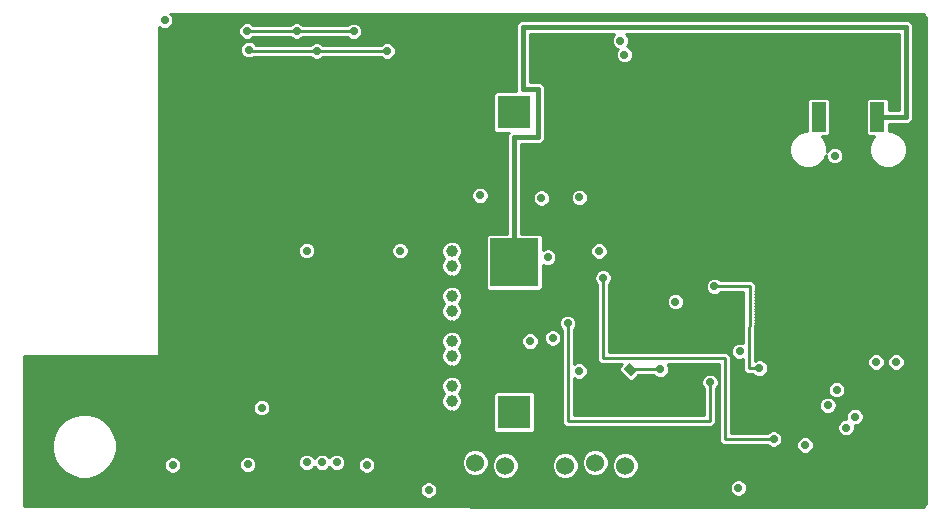
<source format=gbl>
G75*
%MOIN*%
%OFA0B0*%
%FSLAX25Y25*%
%IPPOS*%
%LPD*%
%AMOC8*
5,1,8,0,0,1.08239X$1,22.5*
%
%ADD10R,0.10950X0.10950*%
%ADD11R,0.16000X0.16000*%
%ADD12C,0.06000*%
%ADD13R,0.02756X0.03543*%
%ADD14R,0.04700X0.09900*%
%ADD15C,0.02800*%
%ADD16C,0.01000*%
%ADD17C,0.03962*%
%ADD18C,0.01600*%
D10*
X0168400Y0036300D03*
X0168400Y0136300D03*
D11*
X0168400Y0086300D03*
D12*
X0155300Y0019500D03*
X0165300Y0018500D03*
X0175300Y0019500D03*
X0185300Y0018500D03*
X0195300Y0019500D03*
X0205300Y0018500D03*
D13*
G36*
X0205646Y0046643D02*
X0203697Y0044694D01*
X0201194Y0047197D01*
X0203143Y0049146D01*
X0205646Y0046643D01*
G37*
G36*
X0209265Y0050262D02*
X0207316Y0048313D01*
X0204813Y0050816D01*
X0206762Y0052765D01*
X0209265Y0050262D01*
G37*
D14*
X0289400Y0134700D03*
X0279600Y0134700D03*
X0269800Y0134700D03*
D15*
X0033900Y0038500D03*
X0063900Y0039000D03*
X0079100Y0039000D03*
X0119000Y0038300D03*
X0088700Y0038900D03*
X0119200Y0120700D03*
X0244600Y0093100D03*
X0074300Y0121900D03*
X0182300Y0094000D03*
X0201600Y0093900D03*
X0260000Y0115300D03*
X0219400Y0118500D03*
X0231800Y0118500D03*
X0259800Y0039600D03*
X0256900Y0042400D03*
X0262700Y0042300D03*
X0257000Y0036700D03*
X0262700Y0036800D03*
X0266000Y0110100D03*
X0220400Y0146400D03*
X0260300Y0146800D03*
X0292900Y0146800D03*
X0182400Y0150800D03*
X0194400Y0079100D03*
X0291800Y0064000D03*
X0221600Y0025400D03*
X0221500Y0011000D03*
X0264400Y0013000D03*
X0146100Y0009900D03*
X0297600Y0015300D03*
X0215400Y0038200D03*
X0169500Y0072400D03*
X0189800Y0045100D03*
X0284700Y0031400D03*
X0051900Y0140200D03*
X0051900Y0120600D03*
X0230800Y0081400D03*
X0235900Y0068700D03*
X0275800Y0043800D03*
X0177400Y0107700D03*
X0295600Y0053100D03*
X0289000Y0053100D03*
X0130300Y0090200D03*
X0099200Y0090200D03*
X0079900Y0157200D03*
X0126000Y0156759D03*
X0102500Y0156759D03*
X0079300Y0163400D03*
X0095800Y0163400D03*
X0114800Y0163300D03*
X0196600Y0090100D03*
X0190100Y0107900D03*
X0189900Y0050100D03*
X0265300Y0025400D03*
X0243100Y0011100D03*
X0179500Y0088000D03*
X0079500Y0018900D03*
X0119200Y0018700D03*
X0109200Y0019600D03*
X0104300Y0019600D03*
X0099200Y0019600D03*
X0054500Y0018700D03*
X0084200Y0037800D03*
X0139800Y0010400D03*
X0275200Y0121800D03*
X0051800Y0167000D03*
X0181200Y0061100D03*
X0157000Y0108600D03*
X0233600Y0046300D03*
X0186179Y0065921D03*
X0217100Y0050600D03*
X0235100Y0078300D03*
X0250100Y0051000D03*
X0203700Y0160200D03*
X0281900Y0034800D03*
X0205100Y0155500D03*
X0279000Y0031200D03*
X0254800Y0027400D03*
X0198000Y0081200D03*
X0222100Y0073200D03*
X0272900Y0038616D03*
X0243500Y0056600D03*
X0173600Y0060000D03*
D16*
X0005000Y0055000D02*
X0050000Y0055000D01*
X0050000Y0164699D01*
X0050157Y0164541D01*
X0051223Y0164100D01*
X0052377Y0164100D01*
X0053443Y0164541D01*
X0054258Y0165357D01*
X0054700Y0166423D01*
X0054700Y0167577D01*
X0054258Y0168643D01*
X0053701Y0169200D01*
X0303750Y0169200D01*
X0304024Y0169178D01*
X0304544Y0169009D01*
X0304987Y0168687D01*
X0305309Y0168244D01*
X0305478Y0167724D01*
X0305500Y0167450D01*
X0305500Y0006250D01*
X0305478Y0005976D01*
X0305309Y0005456D01*
X0304987Y0005013D01*
X0304559Y0004702D01*
X0005030Y0005000D01*
X0005013Y0005013D01*
X0005000Y0005030D01*
X0005000Y0055000D01*
X0176500Y0059423D02*
X0176500Y0060577D01*
X0176058Y0061643D01*
X0175243Y0062458D01*
X0174177Y0062900D01*
X0173023Y0062900D01*
X0171957Y0062458D01*
X0171141Y0061643D01*
X0170700Y0060577D01*
X0170700Y0059423D01*
X0171141Y0058357D01*
X0171957Y0057541D01*
X0173023Y0057100D01*
X0174177Y0057100D01*
X0175243Y0057541D01*
X0176058Y0058357D01*
X0176500Y0059423D01*
X0275800Y0038039D02*
X0275800Y0039193D01*
X0275358Y0040258D01*
X0274543Y0041074D01*
X0273477Y0041516D01*
X0272323Y0041516D01*
X0271257Y0041074D01*
X0270441Y0040258D01*
X0270000Y0039193D01*
X0270000Y0038039D01*
X0270441Y0036973D01*
X0271257Y0036157D01*
X0272323Y0035716D01*
X0273477Y0035716D01*
X0274543Y0036157D01*
X0275358Y0036973D01*
X0275800Y0038039D01*
X0189079Y0065344D02*
X0189079Y0066498D01*
X0188637Y0067564D01*
X0187821Y0068380D01*
X0186756Y0068821D01*
X0185602Y0068821D01*
X0184536Y0068380D01*
X0183720Y0067564D01*
X0183279Y0066498D01*
X0183279Y0065344D01*
X0183720Y0064279D01*
X0184179Y0063820D01*
X0184179Y0032672D01*
X0185350Y0031500D01*
X0234428Y0031500D01*
X0235600Y0032672D01*
X0235600Y0044199D01*
X0236058Y0044657D01*
X0236500Y0045723D01*
X0236500Y0046877D01*
X0236058Y0047943D01*
X0235243Y0048758D01*
X0234177Y0049200D01*
X0233023Y0049200D01*
X0231957Y0048758D01*
X0231141Y0047943D01*
X0230700Y0046877D01*
X0230700Y0045723D01*
X0231141Y0044657D01*
X0231600Y0044199D01*
X0231600Y0035500D01*
X0188179Y0035500D01*
X0188179Y0047720D01*
X0188257Y0047641D01*
X0189323Y0047200D01*
X0190477Y0047200D01*
X0191543Y0047641D01*
X0192358Y0048457D01*
X0192800Y0049523D01*
X0192800Y0050677D01*
X0192358Y0051743D01*
X0191543Y0052558D01*
X0190477Y0053000D01*
X0189323Y0053000D01*
X0188257Y0052558D01*
X0188179Y0052480D01*
X0188179Y0063820D01*
X0188637Y0064279D01*
X0189079Y0065344D01*
X0246000Y0010523D02*
X0246000Y0011677D01*
X0245558Y0012743D01*
X0244743Y0013558D01*
X0243677Y0014000D01*
X0242523Y0014000D01*
X0241457Y0013558D01*
X0240641Y0012743D01*
X0240200Y0011677D01*
X0240200Y0010523D01*
X0240641Y0009457D01*
X0241457Y0008641D01*
X0242523Y0008200D01*
X0243677Y0008200D01*
X0244743Y0008641D01*
X0245558Y0009457D01*
X0246000Y0010523D01*
X0268200Y0024823D02*
X0268200Y0025977D01*
X0267758Y0027043D01*
X0266943Y0027858D01*
X0265877Y0028300D01*
X0264723Y0028300D01*
X0263657Y0027858D01*
X0262841Y0027043D01*
X0262400Y0025977D01*
X0262400Y0024823D01*
X0262841Y0023757D01*
X0263657Y0022941D01*
X0264723Y0022500D01*
X0265877Y0022500D01*
X0266943Y0022941D01*
X0267758Y0023757D01*
X0268200Y0024823D01*
X0193000Y0107323D02*
X0193000Y0108477D01*
X0192558Y0109543D01*
X0191743Y0110358D01*
X0190677Y0110800D01*
X0189523Y0110800D01*
X0188457Y0110358D01*
X0187641Y0109543D01*
X0187200Y0108477D01*
X0187200Y0107323D01*
X0187641Y0106257D01*
X0188457Y0105441D01*
X0189523Y0105000D01*
X0190677Y0105000D01*
X0191743Y0105441D01*
X0192558Y0106257D01*
X0193000Y0107323D01*
X0199500Y0089523D02*
X0199500Y0090677D01*
X0199058Y0091743D01*
X0198243Y0092558D01*
X0197177Y0093000D01*
X0196023Y0093000D01*
X0194957Y0092558D01*
X0194141Y0091743D01*
X0193700Y0090677D01*
X0193700Y0089523D01*
X0194141Y0088457D01*
X0194957Y0087641D01*
X0196023Y0087200D01*
X0197177Y0087200D01*
X0198243Y0087641D01*
X0199058Y0088457D01*
X0199500Y0089523D01*
X0123899Y0154759D02*
X0124357Y0154301D01*
X0125423Y0153859D01*
X0126577Y0153859D01*
X0127643Y0154301D01*
X0128458Y0155116D01*
X0128900Y0156182D01*
X0128900Y0157336D01*
X0128458Y0158402D01*
X0127643Y0159218D01*
X0126577Y0159659D01*
X0125423Y0159659D01*
X0124357Y0159218D01*
X0123899Y0158759D01*
X0104601Y0158759D01*
X0104143Y0159218D01*
X0103077Y0159659D01*
X0101923Y0159659D01*
X0100857Y0159218D01*
X0100399Y0158759D01*
X0082393Y0158759D01*
X0082358Y0158843D01*
X0081543Y0159658D01*
X0080477Y0160100D01*
X0079323Y0160100D01*
X0078257Y0159658D01*
X0077441Y0158843D01*
X0077000Y0157777D01*
X0077000Y0156623D01*
X0077441Y0155557D01*
X0078257Y0154741D01*
X0079323Y0154300D01*
X0080477Y0154300D01*
X0081543Y0154741D01*
X0081560Y0154759D01*
X0100399Y0154759D01*
X0100857Y0154301D01*
X0101923Y0153859D01*
X0103077Y0153859D01*
X0104143Y0154301D01*
X0104601Y0154759D01*
X0123899Y0154759D01*
X0102100Y0089623D02*
X0102100Y0090777D01*
X0101658Y0091843D01*
X0100843Y0092658D01*
X0099777Y0093100D01*
X0098623Y0093100D01*
X0097557Y0092658D01*
X0096741Y0091843D01*
X0096300Y0090777D01*
X0096300Y0089623D01*
X0096741Y0088557D01*
X0097557Y0087741D01*
X0098623Y0087300D01*
X0099777Y0087300D01*
X0100843Y0087741D01*
X0101658Y0088557D01*
X0102100Y0089623D01*
X0133200Y0089623D02*
X0133200Y0090777D01*
X0132758Y0091843D01*
X0131943Y0092658D01*
X0130877Y0093100D01*
X0129723Y0093100D01*
X0128657Y0092658D01*
X0127841Y0091843D01*
X0127400Y0090777D01*
X0127400Y0089623D01*
X0127841Y0088557D01*
X0128657Y0087741D01*
X0129723Y0087300D01*
X0130877Y0087300D01*
X0131943Y0087741D01*
X0132758Y0088557D01*
X0133200Y0089623D01*
X0291900Y0052523D02*
X0291900Y0053677D01*
X0291458Y0054743D01*
X0290643Y0055558D01*
X0289577Y0056000D01*
X0288423Y0056000D01*
X0287357Y0055558D01*
X0286541Y0054743D01*
X0286100Y0053677D01*
X0286100Y0052523D01*
X0286541Y0051457D01*
X0287357Y0050641D01*
X0288423Y0050200D01*
X0289577Y0050200D01*
X0290643Y0050641D01*
X0291458Y0051457D01*
X0291900Y0052523D01*
X0298500Y0052523D02*
X0298500Y0053677D01*
X0298058Y0054743D01*
X0297243Y0055558D01*
X0296177Y0056000D01*
X0295023Y0056000D01*
X0293957Y0055558D01*
X0293141Y0054743D01*
X0292700Y0053677D01*
X0292700Y0052523D01*
X0293141Y0051457D01*
X0293957Y0050641D01*
X0295023Y0050200D01*
X0296177Y0050200D01*
X0297243Y0050641D01*
X0298058Y0051457D01*
X0298500Y0052523D01*
X0180300Y0107123D02*
X0180300Y0108277D01*
X0179858Y0109343D01*
X0179043Y0110158D01*
X0177977Y0110600D01*
X0176823Y0110600D01*
X0175757Y0110158D01*
X0174941Y0109343D01*
X0174500Y0108277D01*
X0174500Y0107123D01*
X0174941Y0106057D01*
X0175757Y0105241D01*
X0176823Y0104800D01*
X0177977Y0104800D01*
X0179043Y0105241D01*
X0179858Y0106057D01*
X0180300Y0107123D01*
X0278700Y0043223D02*
X0278700Y0044377D01*
X0278258Y0045443D01*
X0277443Y0046258D01*
X0276377Y0046700D01*
X0275223Y0046700D01*
X0274157Y0046258D01*
X0273341Y0045443D01*
X0272900Y0044377D01*
X0272900Y0043223D01*
X0273341Y0042157D01*
X0274157Y0041341D01*
X0275223Y0040900D01*
X0276377Y0040900D01*
X0277443Y0041341D01*
X0278258Y0042157D01*
X0278700Y0043223D01*
X0273650Y0129129D02*
X0273650Y0140271D01*
X0272771Y0141150D01*
X0266829Y0141150D01*
X0265950Y0140271D01*
X0265950Y0130172D01*
X0265052Y0130172D01*
X0262747Y0129217D01*
X0260983Y0127453D01*
X0260028Y0125148D01*
X0260028Y0122652D01*
X0260983Y0120347D01*
X0262747Y0118583D01*
X0265052Y0117628D01*
X0267548Y0117628D01*
X0269853Y0118583D01*
X0271617Y0120347D01*
X0272300Y0121997D01*
X0272300Y0121223D01*
X0272741Y0120157D01*
X0273557Y0119341D01*
X0274623Y0118900D01*
X0275777Y0118900D01*
X0276843Y0119341D01*
X0277658Y0120157D01*
X0278100Y0121223D01*
X0278100Y0122377D01*
X0277658Y0123443D01*
X0276843Y0124258D01*
X0275777Y0124700D01*
X0274623Y0124700D01*
X0273557Y0124258D01*
X0272741Y0123443D01*
X0272572Y0123033D01*
X0272572Y0125148D01*
X0271617Y0127453D01*
X0270819Y0128250D01*
X0272771Y0128250D01*
X0273650Y0129129D01*
X0293250Y0140271D02*
X0292371Y0141150D01*
X0286429Y0141150D01*
X0285550Y0140271D01*
X0285550Y0129129D01*
X0286429Y0128250D01*
X0288381Y0128250D01*
X0287583Y0127453D01*
X0286628Y0125148D01*
X0286628Y0122652D01*
X0287583Y0120347D01*
X0289347Y0118583D01*
X0291652Y0117628D01*
X0294148Y0117628D01*
X0296453Y0118583D01*
X0298217Y0120347D01*
X0299172Y0122652D01*
X0299172Y0125148D01*
X0298217Y0127453D01*
X0296453Y0129217D01*
X0294148Y0130172D01*
X0293250Y0130172D01*
X0293250Y0132500D01*
X0299953Y0132500D01*
X0301300Y0133847D01*
X0301300Y0165553D01*
X0299953Y0166900D01*
X0170447Y0166900D01*
X0169100Y0165553D01*
X0169100Y0143275D01*
X0162304Y0143275D01*
X0161425Y0142396D01*
X0161425Y0130204D01*
X0162304Y0129325D01*
X0166472Y0129325D01*
X0166100Y0128953D01*
X0166100Y0095800D01*
X0159779Y0095800D01*
X0158900Y0094921D01*
X0158900Y0077679D01*
X0159779Y0076800D01*
X0177021Y0076800D01*
X0177900Y0077679D01*
X0177900Y0085524D01*
X0178923Y0085100D01*
X0180077Y0085100D01*
X0181143Y0085541D01*
X0181958Y0086357D01*
X0182400Y0087423D01*
X0182400Y0088577D01*
X0181958Y0089643D01*
X0181143Y0090458D01*
X0180077Y0090900D01*
X0178923Y0090900D01*
X0177900Y0090476D01*
X0177900Y0094921D01*
X0177021Y0095800D01*
X0170700Y0095800D01*
X0170700Y0125700D01*
X0177153Y0125700D01*
X0178500Y0127047D01*
X0178500Y0144953D01*
X0177153Y0146300D01*
X0173700Y0146300D01*
X0173700Y0162300D01*
X0201699Y0162300D01*
X0201241Y0161843D01*
X0200800Y0160777D01*
X0200800Y0159623D01*
X0201241Y0158557D01*
X0202057Y0157741D01*
X0202894Y0157395D01*
X0202641Y0157143D01*
X0202200Y0156077D01*
X0202200Y0154923D01*
X0202641Y0153857D01*
X0203457Y0153041D01*
X0204523Y0152600D01*
X0205677Y0152600D01*
X0206743Y0153041D01*
X0207558Y0153857D01*
X0208000Y0154923D01*
X0208000Y0156077D01*
X0207558Y0157143D01*
X0206743Y0157958D01*
X0205906Y0158305D01*
X0206158Y0158557D01*
X0206600Y0159623D01*
X0206600Y0160777D01*
X0206158Y0161843D01*
X0205701Y0162300D01*
X0296700Y0162300D01*
X0296700Y0137100D01*
X0293250Y0137100D01*
X0293250Y0140271D01*
X0209800Y0017605D02*
X0209800Y0019395D01*
X0209115Y0021049D01*
X0207849Y0022315D01*
X0206195Y0023000D01*
X0204405Y0023000D01*
X0202751Y0022315D01*
X0201485Y0021049D01*
X0200800Y0019395D01*
X0200800Y0017605D01*
X0201485Y0015951D01*
X0202751Y0014685D01*
X0204405Y0014000D01*
X0206195Y0014000D01*
X0207849Y0014685D01*
X0209115Y0015951D01*
X0209800Y0017605D01*
X0199800Y0018605D02*
X0199800Y0020395D01*
X0199115Y0022049D01*
X0197849Y0023315D01*
X0196195Y0024000D01*
X0194405Y0024000D01*
X0192751Y0023315D01*
X0191485Y0022049D01*
X0190800Y0020395D01*
X0190800Y0018605D01*
X0191485Y0016951D01*
X0192751Y0015685D01*
X0194405Y0015000D01*
X0196195Y0015000D01*
X0197849Y0015685D01*
X0199115Y0016951D01*
X0199800Y0018605D01*
X0189800Y0017605D02*
X0189800Y0019395D01*
X0189115Y0021049D01*
X0187849Y0022315D01*
X0186195Y0023000D01*
X0184405Y0023000D01*
X0182751Y0022315D01*
X0181485Y0021049D01*
X0180800Y0019395D01*
X0180800Y0017605D01*
X0181485Y0015951D01*
X0182751Y0014685D01*
X0184405Y0014000D01*
X0186195Y0014000D01*
X0187849Y0014685D01*
X0189115Y0015951D01*
X0189800Y0017605D01*
X0169800Y0017605D02*
X0169800Y0019395D01*
X0169115Y0021049D01*
X0167849Y0022315D01*
X0166195Y0023000D01*
X0164405Y0023000D01*
X0162751Y0022315D01*
X0161485Y0021049D01*
X0160800Y0019395D01*
X0160800Y0017605D01*
X0161485Y0015951D01*
X0162751Y0014685D01*
X0164405Y0014000D01*
X0166195Y0014000D01*
X0167849Y0014685D01*
X0169115Y0015951D01*
X0169800Y0017605D01*
X0159800Y0018605D02*
X0159800Y0020395D01*
X0159115Y0022049D01*
X0157849Y0023315D01*
X0156195Y0024000D01*
X0154405Y0024000D01*
X0152751Y0023315D01*
X0151485Y0022049D01*
X0150800Y0020395D01*
X0150800Y0018605D01*
X0151485Y0016951D01*
X0152751Y0015685D01*
X0154405Y0015000D01*
X0156195Y0015000D01*
X0157849Y0015685D01*
X0159115Y0016951D01*
X0159800Y0018605D01*
X0174496Y0043275D02*
X0162304Y0043275D01*
X0161425Y0042396D01*
X0161425Y0030204D01*
X0162304Y0029325D01*
X0174496Y0029325D01*
X0175375Y0030204D01*
X0175375Y0042396D01*
X0174496Y0043275D01*
X0035799Y0023578D02*
X0035799Y0026422D01*
X0035063Y0029168D01*
X0033642Y0031631D01*
X0031631Y0033642D01*
X0029168Y0035063D01*
X0026422Y0035799D01*
X0023578Y0035799D01*
X0020832Y0035063D01*
X0018369Y0033642D01*
X0016358Y0031631D01*
X0014937Y0029168D01*
X0014201Y0026422D01*
X0014201Y0023578D01*
X0014937Y0020832D01*
X0016358Y0018369D01*
X0018369Y0016358D01*
X0020832Y0014937D01*
X0023578Y0014201D01*
X0026422Y0014201D01*
X0029168Y0014937D01*
X0031631Y0016358D01*
X0033642Y0018369D01*
X0035063Y0020832D01*
X0035799Y0023578D01*
X0098001Y0165300D02*
X0097443Y0165858D01*
X0096377Y0166300D01*
X0095223Y0166300D01*
X0094157Y0165858D01*
X0093699Y0165400D01*
X0081401Y0165400D01*
X0080943Y0165858D01*
X0079877Y0166300D01*
X0078723Y0166300D01*
X0077657Y0165858D01*
X0076841Y0165043D01*
X0076400Y0163977D01*
X0076400Y0162823D01*
X0076841Y0161757D01*
X0077657Y0160941D01*
X0078723Y0160500D01*
X0079877Y0160500D01*
X0080943Y0160941D01*
X0081401Y0161400D01*
X0093699Y0161400D01*
X0094157Y0160941D01*
X0095223Y0160500D01*
X0096377Y0160500D01*
X0097443Y0160941D01*
X0097801Y0161300D01*
X0112699Y0161300D01*
X0113157Y0160841D01*
X0114223Y0160400D01*
X0115377Y0160400D01*
X0116443Y0160841D01*
X0117258Y0161657D01*
X0117700Y0162723D01*
X0117700Y0163877D01*
X0117258Y0164943D01*
X0116443Y0165758D01*
X0115377Y0166200D01*
X0114223Y0166200D01*
X0113157Y0165758D01*
X0112699Y0165300D01*
X0098001Y0165300D01*
X0082400Y0018323D02*
X0082400Y0019477D01*
X0081958Y0020543D01*
X0081143Y0021358D01*
X0080077Y0021800D01*
X0078923Y0021800D01*
X0077857Y0021358D01*
X0077041Y0020543D01*
X0076600Y0019477D01*
X0076600Y0018323D01*
X0077041Y0017257D01*
X0077857Y0016441D01*
X0078923Y0016000D01*
X0080077Y0016000D01*
X0081143Y0016441D01*
X0081958Y0017257D01*
X0082400Y0018323D01*
X0122100Y0018123D02*
X0122100Y0019277D01*
X0121658Y0020343D01*
X0120843Y0021158D01*
X0119777Y0021600D01*
X0118623Y0021600D01*
X0117557Y0021158D01*
X0116741Y0020343D01*
X0116300Y0019277D01*
X0116300Y0018123D01*
X0116741Y0017057D01*
X0117557Y0016241D01*
X0118623Y0015800D01*
X0119777Y0015800D01*
X0120843Y0016241D01*
X0121658Y0017057D01*
X0122100Y0018123D01*
X0112100Y0019023D02*
X0112100Y0020177D01*
X0111658Y0021243D01*
X0110843Y0022058D01*
X0109777Y0022500D01*
X0108623Y0022500D01*
X0107557Y0022058D01*
X0106750Y0021251D01*
X0105943Y0022058D01*
X0104877Y0022500D01*
X0103723Y0022500D01*
X0102657Y0022058D01*
X0101841Y0021243D01*
X0101750Y0021022D01*
X0101658Y0021243D01*
X0100843Y0022058D01*
X0099777Y0022500D01*
X0098623Y0022500D01*
X0097557Y0022058D01*
X0096741Y0021243D01*
X0096300Y0020177D01*
X0096300Y0019023D01*
X0096741Y0017957D01*
X0097557Y0017141D01*
X0098623Y0016700D01*
X0099777Y0016700D01*
X0100843Y0017141D01*
X0101658Y0017957D01*
X0101750Y0018178D01*
X0101841Y0017957D01*
X0102657Y0017141D01*
X0103723Y0016700D01*
X0104877Y0016700D01*
X0105943Y0017141D01*
X0106750Y0017949D01*
X0107557Y0017141D01*
X0108623Y0016700D01*
X0109777Y0016700D01*
X0110843Y0017141D01*
X0111658Y0017957D01*
X0112100Y0019023D01*
X0057400Y0018123D02*
X0057400Y0019277D01*
X0056958Y0020343D01*
X0056143Y0021158D01*
X0055077Y0021600D01*
X0053923Y0021600D01*
X0052857Y0021158D01*
X0052041Y0020343D01*
X0051600Y0019277D01*
X0051600Y0018123D01*
X0052041Y0017057D01*
X0052857Y0016241D01*
X0053923Y0015800D01*
X0055077Y0015800D01*
X0056143Y0016241D01*
X0056958Y0017057D01*
X0057400Y0018123D01*
X0087100Y0037223D02*
X0087100Y0038377D01*
X0086658Y0039443D01*
X0085843Y0040258D01*
X0084777Y0040700D01*
X0083623Y0040700D01*
X0082557Y0040258D01*
X0081741Y0039443D01*
X0081300Y0038377D01*
X0081300Y0037223D01*
X0081741Y0036157D01*
X0082557Y0035341D01*
X0083623Y0034900D01*
X0084777Y0034900D01*
X0085843Y0035341D01*
X0086658Y0036157D01*
X0087100Y0037223D01*
X0142700Y0009823D02*
X0142700Y0010977D01*
X0142258Y0012043D01*
X0141443Y0012858D01*
X0140377Y0013300D01*
X0139223Y0013300D01*
X0138157Y0012858D01*
X0137341Y0012043D01*
X0136900Y0010977D01*
X0136900Y0009823D01*
X0137341Y0008757D01*
X0138157Y0007941D01*
X0139223Y0007500D01*
X0140377Y0007500D01*
X0141443Y0007941D01*
X0142258Y0008757D01*
X0142700Y0009823D01*
X0184100Y0060523D02*
X0184100Y0061677D01*
X0183658Y0062743D01*
X0182843Y0063558D01*
X0181777Y0064000D01*
X0180623Y0064000D01*
X0179557Y0063558D01*
X0178741Y0062743D01*
X0178300Y0061677D01*
X0178300Y0060523D01*
X0178741Y0059457D01*
X0179557Y0058641D01*
X0180623Y0058200D01*
X0181777Y0058200D01*
X0182843Y0058641D01*
X0183658Y0059457D01*
X0184100Y0060523D01*
X0159900Y0108023D02*
X0159900Y0109177D01*
X0159458Y0110243D01*
X0158643Y0111058D01*
X0157577Y0111500D01*
X0156423Y0111500D01*
X0155357Y0111058D01*
X0154541Y0110243D01*
X0154100Y0109177D01*
X0154100Y0108023D01*
X0154541Y0106957D01*
X0155357Y0106141D01*
X0156423Y0105700D01*
X0157577Y0105700D01*
X0158643Y0106141D01*
X0159458Y0106957D01*
X0159900Y0108023D01*
X0150981Y0084308D02*
X0150981Y0085692D01*
X0150451Y0086972D01*
X0149923Y0087500D01*
X0150451Y0088028D01*
X0150981Y0089308D01*
X0150981Y0090692D01*
X0150451Y0091972D01*
X0149472Y0092951D01*
X0148192Y0093481D01*
X0146808Y0093481D01*
X0145528Y0092951D01*
X0144549Y0091972D01*
X0144019Y0090692D01*
X0144019Y0089308D01*
X0144549Y0088028D01*
X0145077Y0087500D01*
X0144549Y0086972D01*
X0144019Y0085692D01*
X0144019Y0084308D01*
X0144549Y0083028D01*
X0145528Y0082049D01*
X0146808Y0081519D01*
X0148192Y0081519D01*
X0149472Y0082049D01*
X0150451Y0083028D01*
X0150981Y0084308D01*
X0150981Y0069308D02*
X0150981Y0070692D01*
X0150451Y0071972D01*
X0149923Y0072500D01*
X0150451Y0073028D01*
X0150981Y0074308D01*
X0150981Y0075692D01*
X0150451Y0076972D01*
X0149472Y0077951D01*
X0148192Y0078481D01*
X0146808Y0078481D01*
X0145528Y0077951D01*
X0144549Y0076972D01*
X0144019Y0075692D01*
X0144019Y0074308D01*
X0144549Y0073028D01*
X0145077Y0072500D01*
X0144549Y0071972D01*
X0144019Y0070692D01*
X0144019Y0069308D01*
X0144549Y0068028D01*
X0145528Y0067049D01*
X0146808Y0066519D01*
X0148192Y0066519D01*
X0149472Y0067049D01*
X0150451Y0068028D01*
X0150981Y0069308D01*
X0150981Y0054308D02*
X0150981Y0055692D01*
X0150451Y0056972D01*
X0149923Y0057500D01*
X0150451Y0058028D01*
X0150981Y0059308D01*
X0150981Y0060692D01*
X0150451Y0061972D01*
X0149472Y0062951D01*
X0148192Y0063481D01*
X0146808Y0063481D01*
X0145528Y0062951D01*
X0144549Y0061972D01*
X0144019Y0060692D01*
X0144019Y0059308D01*
X0144549Y0058028D01*
X0145077Y0057500D01*
X0144549Y0056972D01*
X0144019Y0055692D01*
X0144019Y0054308D01*
X0144549Y0053028D01*
X0145528Y0052049D01*
X0146808Y0051519D01*
X0148192Y0051519D01*
X0149472Y0052049D01*
X0150451Y0053028D01*
X0150981Y0054308D01*
X0150981Y0039308D02*
X0150981Y0040692D01*
X0150451Y0041972D01*
X0149923Y0042500D01*
X0150451Y0043028D01*
X0150981Y0044308D01*
X0150981Y0045692D01*
X0150451Y0046972D01*
X0149472Y0047951D01*
X0148192Y0048481D01*
X0146808Y0048481D01*
X0145528Y0047951D01*
X0144549Y0046972D01*
X0144019Y0045692D01*
X0144019Y0044308D01*
X0144549Y0043028D01*
X0145077Y0042500D01*
X0144549Y0041972D01*
X0144019Y0040692D01*
X0144019Y0039308D01*
X0144549Y0038028D01*
X0145528Y0037049D01*
X0146808Y0036519D01*
X0148192Y0036519D01*
X0149472Y0037049D01*
X0150451Y0038028D01*
X0150981Y0039308D01*
X0236743Y0080758D02*
X0235677Y0081200D01*
X0234523Y0081200D01*
X0233457Y0080758D01*
X0232641Y0079943D01*
X0232200Y0078877D01*
X0232200Y0077723D01*
X0232641Y0076657D01*
X0233457Y0075841D01*
X0234523Y0075400D01*
X0235677Y0075400D01*
X0236743Y0075841D01*
X0237201Y0076300D01*
X0244785Y0076300D01*
X0244660Y0059258D01*
X0244077Y0059500D01*
X0242923Y0059500D01*
X0241857Y0059058D01*
X0241041Y0058243D01*
X0240600Y0057177D01*
X0240600Y0056023D01*
X0241041Y0054957D01*
X0241857Y0054141D01*
X0242923Y0053700D01*
X0244077Y0053700D01*
X0244621Y0053926D01*
X0244606Y0051834D01*
X0244600Y0051828D01*
X0244600Y0051007D01*
X0244594Y0050186D01*
X0244600Y0050180D01*
X0244600Y0050172D01*
X0245181Y0049591D01*
X0245757Y0049006D01*
X0245766Y0049006D01*
X0245772Y0049000D01*
X0246593Y0049000D01*
X0247414Y0048994D01*
X0247420Y0049000D01*
X0247999Y0049000D01*
X0248457Y0048541D01*
X0249523Y0048100D01*
X0250677Y0048100D01*
X0251743Y0048541D01*
X0252558Y0049357D01*
X0253000Y0050423D01*
X0253000Y0051577D01*
X0252558Y0052643D01*
X0251743Y0053458D01*
X0250677Y0053900D01*
X0249523Y0053900D01*
X0248619Y0053525D01*
X0248794Y0077466D01*
X0248800Y0077472D01*
X0248800Y0078293D01*
X0248806Y0079114D01*
X0248800Y0079120D01*
X0248800Y0079128D01*
X0248219Y0079709D01*
X0247643Y0080294D01*
X0247634Y0080294D01*
X0247628Y0080300D01*
X0246807Y0080300D01*
X0245986Y0080306D01*
X0245980Y0080300D01*
X0237201Y0080300D01*
X0236743Y0080758D01*
X0284800Y0034223D02*
X0284800Y0035377D01*
X0284358Y0036443D01*
X0283543Y0037258D01*
X0282477Y0037700D01*
X0281323Y0037700D01*
X0280257Y0037258D01*
X0279441Y0036443D01*
X0279000Y0035377D01*
X0279000Y0034223D01*
X0279051Y0034100D01*
X0278423Y0034100D01*
X0277357Y0033658D01*
X0276541Y0032843D01*
X0276100Y0031777D01*
X0276100Y0030623D01*
X0276541Y0029557D01*
X0277357Y0028741D01*
X0278423Y0028300D01*
X0279577Y0028300D01*
X0280643Y0028741D01*
X0281458Y0029557D01*
X0281900Y0030623D01*
X0281900Y0031777D01*
X0281849Y0031900D01*
X0282477Y0031900D01*
X0283543Y0032341D01*
X0284358Y0033157D01*
X0284800Y0034223D01*
X0257700Y0026823D02*
X0257700Y0027977D01*
X0257258Y0029043D01*
X0256443Y0029858D01*
X0255377Y0030300D01*
X0254223Y0030300D01*
X0253157Y0029858D01*
X0252699Y0029400D01*
X0240500Y0029400D01*
X0240500Y0055128D01*
X0239328Y0056300D01*
X0200093Y0056300D01*
X0200007Y0079106D01*
X0200458Y0079557D01*
X0200900Y0080623D01*
X0200900Y0081777D01*
X0200458Y0082843D01*
X0199643Y0083658D01*
X0198577Y0084100D01*
X0197423Y0084100D01*
X0196357Y0083658D01*
X0195541Y0082843D01*
X0195100Y0081777D01*
X0195100Y0080623D01*
X0195541Y0079557D01*
X0196007Y0079091D01*
X0196100Y0054295D01*
X0196100Y0053472D01*
X0196103Y0053468D01*
X0196103Y0053464D01*
X0196689Y0052883D01*
X0197272Y0052300D01*
X0197276Y0052300D01*
X0197279Y0052297D01*
X0198104Y0052300D01*
X0204173Y0052300D01*
X0203312Y0051439D01*
X0203312Y0050196D01*
X0206696Y0046812D01*
X0207939Y0046812D01*
X0209727Y0048600D01*
X0214999Y0048600D01*
X0215457Y0048141D01*
X0216523Y0047700D01*
X0217677Y0047700D01*
X0218743Y0048141D01*
X0219558Y0048957D01*
X0220000Y0050023D01*
X0220000Y0051177D01*
X0219558Y0052243D01*
X0219501Y0052300D01*
X0236500Y0052300D01*
X0236500Y0026572D01*
X0237672Y0025400D01*
X0252699Y0025400D01*
X0253157Y0024941D01*
X0254223Y0024500D01*
X0255377Y0024500D01*
X0256443Y0024941D01*
X0257258Y0025757D01*
X0257700Y0026823D01*
X0225000Y0072623D02*
X0225000Y0073777D01*
X0224558Y0074843D01*
X0223743Y0075658D01*
X0222677Y0076100D01*
X0221523Y0076100D01*
X0220457Y0075658D01*
X0219641Y0074843D01*
X0219200Y0073777D01*
X0219200Y0072623D01*
X0219641Y0071557D01*
X0220457Y0070741D01*
X0221523Y0070300D01*
X0222677Y0070300D01*
X0223743Y0070741D01*
X0224558Y0071557D01*
X0225000Y0072623D01*
X0304960Y0004993D02*
X0012463Y0004993D01*
X0005000Y0005991D02*
X0305480Y0005991D01*
X0305500Y0006990D02*
X0005000Y0006990D01*
X0005000Y0007988D02*
X0138111Y0007988D01*
X0141489Y0007988D02*
X0305500Y0007988D01*
X0137247Y0008987D02*
X0005000Y0008987D01*
X0142353Y0008987D02*
X0241112Y0008987D01*
X0245088Y0008987D02*
X0305500Y0008987D01*
X0136900Y0009985D02*
X0005000Y0009985D01*
X0142700Y0009985D02*
X0240423Y0009985D01*
X0245777Y0009985D02*
X0305500Y0009985D01*
X0136903Y0010984D02*
X0005000Y0010984D01*
X0142697Y0010984D02*
X0240200Y0010984D01*
X0246000Y0010984D02*
X0305500Y0010984D01*
X0137316Y0011982D02*
X0005000Y0011982D01*
X0142284Y0011982D02*
X0240326Y0011982D01*
X0245874Y0011982D02*
X0305500Y0011982D01*
X0138452Y0012981D02*
X0005000Y0012981D01*
X0141148Y0012981D02*
X0240879Y0012981D01*
X0245321Y0012981D02*
X0305500Y0012981D01*
X0242473Y0013979D02*
X0005000Y0013979D01*
X0243727Y0013979D02*
X0305500Y0013979D01*
X0020761Y0014978D02*
X0005000Y0014978D01*
X0029239Y0014978D02*
X0162458Y0014978D01*
X0168142Y0014978D02*
X0182458Y0014978D01*
X0188142Y0014978D02*
X0202458Y0014978D01*
X0208142Y0014978D02*
X0305500Y0014978D01*
X0019031Y0015976D02*
X0005000Y0015976D01*
X0030969Y0015976D02*
X0053498Y0015976D01*
X0055502Y0015976D02*
X0118198Y0015976D01*
X0120202Y0015976D02*
X0152460Y0015976D01*
X0158140Y0015976D02*
X0161475Y0015976D01*
X0169125Y0015976D02*
X0181475Y0015976D01*
X0189125Y0015976D02*
X0192460Y0015976D01*
X0198140Y0015976D02*
X0201475Y0015976D01*
X0209125Y0015976D02*
X0305500Y0015976D01*
X0017753Y0016975D02*
X0005000Y0016975D01*
X0032247Y0016975D02*
X0052124Y0016975D01*
X0056876Y0016975D02*
X0077324Y0016975D01*
X0081676Y0016975D02*
X0097960Y0016975D01*
X0100440Y0016975D02*
X0103060Y0016975D01*
X0105540Y0016975D02*
X0107960Y0016975D01*
X0110440Y0016975D02*
X0116824Y0016975D01*
X0121576Y0016975D02*
X0151475Y0016975D01*
X0159125Y0016975D02*
X0161061Y0016975D01*
X0169539Y0016975D02*
X0181061Y0016975D01*
X0189539Y0016975D02*
X0191475Y0016975D01*
X0199125Y0016975D02*
X0201061Y0016975D01*
X0209539Y0016975D02*
X0305500Y0016975D01*
X0016754Y0017973D02*
X0005000Y0017973D01*
X0033246Y0017973D02*
X0051662Y0017973D01*
X0057338Y0017973D02*
X0076745Y0017973D01*
X0082255Y0017973D02*
X0096735Y0017973D01*
X0101665Y0017973D02*
X0101835Y0017973D01*
X0111665Y0017973D02*
X0116362Y0017973D01*
X0122038Y0017973D02*
X0151062Y0017973D01*
X0159538Y0017973D02*
X0160800Y0017973D01*
X0169800Y0017973D02*
X0180800Y0017973D01*
X0189800Y0017973D02*
X0191062Y0017973D01*
X0199538Y0017973D02*
X0200800Y0017973D01*
X0209800Y0017973D02*
X0305500Y0017973D01*
X0016011Y0018972D02*
X0005000Y0018972D01*
X0033989Y0018972D02*
X0051600Y0018972D01*
X0057400Y0018972D02*
X0076600Y0018972D01*
X0082400Y0018972D02*
X0096321Y0018972D01*
X0112079Y0018972D02*
X0116300Y0018972D01*
X0122100Y0018972D02*
X0150800Y0018972D01*
X0159800Y0018972D02*
X0160800Y0018972D01*
X0169800Y0018972D02*
X0180800Y0018972D01*
X0189800Y0018972D02*
X0190800Y0018972D01*
X0199800Y0018972D02*
X0200800Y0018972D01*
X0209800Y0018972D02*
X0305500Y0018972D01*
X0015434Y0019970D02*
X0005000Y0019970D01*
X0034566Y0019970D02*
X0051887Y0019970D01*
X0057113Y0019970D02*
X0076804Y0019970D01*
X0082196Y0019970D02*
X0096300Y0019970D01*
X0112100Y0019970D02*
X0116587Y0019970D01*
X0121813Y0019970D02*
X0150800Y0019970D01*
X0159800Y0019970D02*
X0161038Y0019970D01*
X0169562Y0019970D02*
X0181038Y0019970D01*
X0189562Y0019970D02*
X0190800Y0019970D01*
X0199800Y0019970D02*
X0201038Y0019970D01*
X0209562Y0019970D02*
X0305500Y0019970D01*
X0014900Y0020969D02*
X0005000Y0020969D01*
X0035100Y0020969D02*
X0052668Y0020969D01*
X0056332Y0020969D02*
X0077468Y0020969D01*
X0081532Y0020969D02*
X0096628Y0020969D01*
X0111772Y0020969D02*
X0117368Y0020969D01*
X0121032Y0020969D02*
X0151038Y0020969D01*
X0159562Y0020969D02*
X0161452Y0020969D01*
X0169148Y0020969D02*
X0181452Y0020969D01*
X0189148Y0020969D02*
X0191038Y0020969D01*
X0199562Y0020969D02*
X0201452Y0020969D01*
X0209148Y0020969D02*
X0305500Y0020969D01*
X0014632Y0021967D02*
X0005000Y0021967D01*
X0035368Y0021967D02*
X0097466Y0021967D01*
X0100934Y0021967D02*
X0102566Y0021967D01*
X0106034Y0021967D02*
X0107466Y0021967D01*
X0110934Y0021967D02*
X0151451Y0021967D01*
X0159149Y0021967D02*
X0162403Y0021967D01*
X0168197Y0021967D02*
X0182403Y0021967D01*
X0188197Y0021967D02*
X0191451Y0021967D01*
X0199149Y0021967D02*
X0202403Y0021967D01*
X0208197Y0021967D02*
X0305500Y0021967D01*
X0014365Y0022966D02*
X0005000Y0022966D01*
X0035635Y0022966D02*
X0152402Y0022966D01*
X0158198Y0022966D02*
X0164322Y0022966D01*
X0166278Y0022966D02*
X0184322Y0022966D01*
X0186278Y0022966D02*
X0192402Y0022966D01*
X0198198Y0022966D02*
X0204322Y0022966D01*
X0206278Y0022966D02*
X0263633Y0022966D01*
X0266967Y0022966D02*
X0305500Y0022966D01*
X0014201Y0023964D02*
X0005000Y0023964D01*
X0035799Y0023964D02*
X0154319Y0023964D01*
X0156281Y0023964D02*
X0194319Y0023964D01*
X0196281Y0023964D02*
X0262756Y0023964D01*
X0267844Y0023964D02*
X0305500Y0023964D01*
X0014201Y0024963D02*
X0005000Y0024963D01*
X0035799Y0024963D02*
X0253136Y0024963D01*
X0256464Y0024963D02*
X0262400Y0024963D01*
X0268200Y0024963D02*
X0305500Y0024963D01*
X0014201Y0025961D02*
X0005000Y0025961D01*
X0035799Y0025961D02*
X0237110Y0025961D01*
X0257343Y0025961D02*
X0262400Y0025961D01*
X0268200Y0025961D02*
X0305500Y0025961D01*
X0014345Y0026960D02*
X0005000Y0026960D01*
X0035655Y0026960D02*
X0236500Y0026960D01*
X0257700Y0026960D02*
X0262807Y0026960D01*
X0267793Y0026960D02*
X0305500Y0026960D01*
X0014613Y0027958D02*
X0005000Y0027958D01*
X0035387Y0027958D02*
X0236500Y0027958D01*
X0257700Y0027958D02*
X0263898Y0027958D01*
X0266702Y0027958D02*
X0305500Y0027958D01*
X0014880Y0028957D02*
X0005000Y0028957D01*
X0035120Y0028957D02*
X0236500Y0028957D01*
X0257294Y0028957D02*
X0277142Y0028957D01*
X0280858Y0028957D02*
X0305500Y0028957D01*
X0015391Y0029955D02*
X0005000Y0029955D01*
X0034609Y0029955D02*
X0161673Y0029955D01*
X0175127Y0029955D02*
X0236500Y0029955D01*
X0240500Y0029955D02*
X0253391Y0029955D01*
X0256209Y0029955D02*
X0276377Y0029955D01*
X0281623Y0029955D02*
X0305500Y0029955D01*
X0015968Y0030954D02*
X0005000Y0030954D01*
X0034032Y0030954D02*
X0161425Y0030954D01*
X0175375Y0030954D02*
X0236500Y0030954D01*
X0240500Y0030954D02*
X0276100Y0030954D01*
X0281900Y0030954D02*
X0305500Y0030954D01*
X0016680Y0031952D02*
X0005000Y0031952D01*
X0033320Y0031952D02*
X0161425Y0031952D01*
X0175375Y0031952D02*
X0184898Y0031952D01*
X0234881Y0031952D02*
X0236500Y0031952D01*
X0240500Y0031952D02*
X0276173Y0031952D01*
X0282603Y0031952D02*
X0305500Y0031952D01*
X0017678Y0032951D02*
X0005000Y0032951D01*
X0032322Y0032951D02*
X0161425Y0032951D01*
X0175375Y0032951D02*
X0184179Y0032951D01*
X0235600Y0032951D02*
X0236500Y0032951D01*
X0240500Y0032951D02*
X0276650Y0032951D01*
X0284152Y0032951D02*
X0305500Y0032951D01*
X0018902Y0033949D02*
X0005000Y0033949D01*
X0031098Y0033949D02*
X0161425Y0033949D01*
X0175375Y0033949D02*
X0184179Y0033949D01*
X0235600Y0033949D02*
X0236500Y0033949D01*
X0240500Y0033949D02*
X0278060Y0033949D01*
X0284687Y0033949D02*
X0305500Y0033949D01*
X0020632Y0034948D02*
X0005000Y0034948D01*
X0029368Y0034948D02*
X0083508Y0034948D01*
X0084892Y0034948D02*
X0161425Y0034948D01*
X0175375Y0034948D02*
X0184179Y0034948D01*
X0235600Y0034948D02*
X0236500Y0034948D01*
X0240500Y0034948D02*
X0279000Y0034948D01*
X0284800Y0034948D02*
X0305500Y0034948D01*
X0081952Y0035946D02*
X0005000Y0035946D01*
X0086448Y0035946D02*
X0161425Y0035946D01*
X0175375Y0035946D02*
X0184179Y0035946D01*
X0188179Y0035946D02*
X0231600Y0035946D01*
X0235600Y0035946D02*
X0236500Y0035946D01*
X0240500Y0035946D02*
X0271766Y0035946D01*
X0274034Y0035946D02*
X0279236Y0035946D01*
X0284564Y0035946D02*
X0305500Y0035946D01*
X0081415Y0036945D02*
X0005000Y0036945D01*
X0086985Y0036945D02*
X0145779Y0036945D01*
X0149221Y0036945D02*
X0161425Y0036945D01*
X0175375Y0036945D02*
X0184179Y0036945D01*
X0188179Y0036945D02*
X0231600Y0036945D01*
X0235600Y0036945D02*
X0236500Y0036945D01*
X0240500Y0036945D02*
X0270470Y0036945D01*
X0275330Y0036945D02*
X0279944Y0036945D01*
X0283856Y0036945D02*
X0305500Y0036945D01*
X0081300Y0037943D02*
X0005000Y0037943D01*
X0087100Y0037943D02*
X0144634Y0037943D01*
X0150366Y0037943D02*
X0161425Y0037943D01*
X0175375Y0037943D02*
X0184179Y0037943D01*
X0188179Y0037943D02*
X0231600Y0037943D01*
X0235600Y0037943D02*
X0236500Y0037943D01*
X0240500Y0037943D02*
X0270040Y0037943D01*
X0275760Y0037943D02*
X0305500Y0037943D01*
X0081534Y0038942D02*
X0005000Y0038942D01*
X0086866Y0038942D02*
X0144170Y0038942D01*
X0150830Y0038942D02*
X0161425Y0038942D01*
X0175375Y0038942D02*
X0184179Y0038942D01*
X0188179Y0038942D02*
X0231600Y0038942D01*
X0235600Y0038942D02*
X0236500Y0038942D01*
X0240500Y0038942D02*
X0270000Y0038942D01*
X0275800Y0038942D02*
X0305500Y0038942D01*
X0082239Y0039940D02*
X0005000Y0039940D01*
X0086161Y0039940D02*
X0144019Y0039940D01*
X0150981Y0039940D02*
X0161425Y0039940D01*
X0175375Y0039940D02*
X0184179Y0039940D01*
X0188179Y0039940D02*
X0231600Y0039940D01*
X0235600Y0039940D02*
X0236500Y0039940D01*
X0240500Y0039940D02*
X0270310Y0039940D01*
X0275490Y0039940D02*
X0305500Y0039940D01*
X0144121Y0040939D02*
X0005000Y0040939D01*
X0150879Y0040939D02*
X0161425Y0040939D01*
X0175375Y0040939D02*
X0184179Y0040939D01*
X0188179Y0040939D02*
X0231600Y0040939D01*
X0235600Y0040939D02*
X0236500Y0040939D01*
X0240500Y0040939D02*
X0271122Y0040939D01*
X0274678Y0040939D02*
X0275129Y0040939D01*
X0276471Y0040939D02*
X0305500Y0040939D01*
X0144535Y0041937D02*
X0005000Y0041937D01*
X0150465Y0041937D02*
X0161425Y0041937D01*
X0175375Y0041937D02*
X0184179Y0041937D01*
X0188179Y0041937D02*
X0231600Y0041937D01*
X0235600Y0041937D02*
X0236500Y0041937D01*
X0240500Y0041937D02*
X0273561Y0041937D01*
X0278039Y0041937D02*
X0305500Y0041937D01*
X0144641Y0042936D02*
X0005000Y0042936D01*
X0150359Y0042936D02*
X0161965Y0042936D01*
X0174835Y0042936D02*
X0184179Y0042936D01*
X0188179Y0042936D02*
X0231600Y0042936D01*
X0235600Y0042936D02*
X0236500Y0042936D01*
X0240500Y0042936D02*
X0273019Y0042936D01*
X0278581Y0042936D02*
X0305500Y0042936D01*
X0144173Y0043934D02*
X0005000Y0043934D01*
X0150827Y0043934D02*
X0184179Y0043934D01*
X0188179Y0043934D02*
X0231600Y0043934D01*
X0235600Y0043934D02*
X0236500Y0043934D01*
X0240500Y0043934D02*
X0272900Y0043934D01*
X0278700Y0043934D02*
X0305500Y0043934D01*
X0144019Y0044933D02*
X0005000Y0044933D01*
X0150981Y0044933D02*
X0184179Y0044933D01*
X0188179Y0044933D02*
X0231027Y0044933D01*
X0236173Y0044933D02*
X0236500Y0044933D01*
X0240500Y0044933D02*
X0273130Y0044933D01*
X0278470Y0044933D02*
X0305500Y0044933D01*
X0144118Y0045932D02*
X0005000Y0045932D01*
X0150882Y0045932D02*
X0184179Y0045932D01*
X0188179Y0045932D02*
X0230700Y0045932D01*
X0236500Y0045932D02*
X0236500Y0045932D01*
X0240500Y0045932D02*
X0273830Y0045932D01*
X0277770Y0045932D02*
X0305500Y0045932D01*
X0144532Y0046930D02*
X0005000Y0046930D01*
X0150468Y0046930D02*
X0184179Y0046930D01*
X0188179Y0046930D02*
X0206578Y0046930D01*
X0208057Y0046930D02*
X0230722Y0046930D01*
X0236478Y0046930D02*
X0236500Y0046930D01*
X0240500Y0046930D02*
X0305500Y0046930D01*
X0145506Y0047929D02*
X0005000Y0047929D01*
X0149494Y0047929D02*
X0184179Y0047929D01*
X0191830Y0047929D02*
X0205579Y0047929D01*
X0209055Y0047929D02*
X0215971Y0047929D01*
X0218229Y0047929D02*
X0231136Y0047929D01*
X0236064Y0047929D02*
X0236500Y0047929D01*
X0240500Y0047929D02*
X0305500Y0047929D01*
X0184179Y0048927D02*
X0005000Y0048927D01*
X0192553Y0048927D02*
X0204581Y0048927D01*
X0219528Y0048927D02*
X0232364Y0048927D01*
X0234836Y0048927D02*
X0236500Y0048927D01*
X0240500Y0048927D02*
X0248072Y0048927D01*
X0252128Y0048927D02*
X0305500Y0048927D01*
X0184179Y0049926D02*
X0005000Y0049926D01*
X0192800Y0049926D02*
X0203582Y0049926D01*
X0219960Y0049926D02*
X0236500Y0049926D01*
X0240500Y0049926D02*
X0244846Y0049926D01*
X0252794Y0049926D02*
X0305500Y0049926D01*
X0184179Y0050924D02*
X0005000Y0050924D01*
X0192698Y0050924D02*
X0203312Y0050924D01*
X0220000Y0050924D02*
X0236500Y0050924D01*
X0240500Y0050924D02*
X0244599Y0050924D01*
X0253000Y0050924D02*
X0287075Y0050924D01*
X0290925Y0050924D02*
X0293675Y0050924D01*
X0297525Y0050924D02*
X0305500Y0050924D01*
X0145833Y0051923D02*
X0005000Y0051923D01*
X0149167Y0051923D02*
X0184179Y0051923D01*
X0192179Y0051923D02*
X0203796Y0051923D01*
X0219691Y0051923D02*
X0236500Y0051923D01*
X0240500Y0051923D02*
X0244607Y0051923D01*
X0252857Y0051923D02*
X0286349Y0051923D01*
X0291651Y0051923D02*
X0292949Y0051923D01*
X0298251Y0051923D02*
X0305500Y0051923D01*
X0144656Y0052921D02*
X0005000Y0052921D01*
X0150344Y0052921D02*
X0184179Y0052921D01*
X0188179Y0052921D02*
X0189133Y0052921D01*
X0190667Y0052921D02*
X0196650Y0052921D01*
X0240500Y0052921D02*
X0244614Y0052921D01*
X0252280Y0052921D02*
X0286100Y0052921D01*
X0291900Y0052921D02*
X0292700Y0052921D01*
X0298500Y0052921D02*
X0305500Y0052921D01*
X0144180Y0053920D02*
X0005000Y0053920D01*
X0150820Y0053920D02*
X0184179Y0053920D01*
X0188179Y0053920D02*
X0196100Y0053920D01*
X0240500Y0053920D02*
X0242393Y0053920D01*
X0244607Y0053920D02*
X0244621Y0053920D01*
X0248621Y0053920D02*
X0286201Y0053920D01*
X0291799Y0053920D02*
X0292801Y0053920D01*
X0298399Y0053920D02*
X0305500Y0053920D01*
X0144019Y0054918D02*
X0005000Y0054918D01*
X0150981Y0054918D02*
X0184179Y0054918D01*
X0188179Y0054918D02*
X0196098Y0054918D01*
X0240500Y0054918D02*
X0241081Y0054918D01*
X0248629Y0054918D02*
X0286717Y0054918D01*
X0291283Y0054918D02*
X0293317Y0054918D01*
X0297883Y0054918D02*
X0305500Y0054918D01*
X0144112Y0055917D02*
X0050000Y0055917D01*
X0150888Y0055917D02*
X0184179Y0055917D01*
X0188179Y0055917D02*
X0196094Y0055917D01*
X0239712Y0055917D02*
X0240644Y0055917D01*
X0248636Y0055917D02*
X0288222Y0055917D01*
X0289778Y0055917D02*
X0294822Y0055917D01*
X0296378Y0055917D02*
X0305500Y0055917D01*
X0144525Y0056915D02*
X0050000Y0056915D01*
X0150475Y0056915D02*
X0184179Y0056915D01*
X0188179Y0056915D02*
X0196090Y0056915D01*
X0200090Y0056915D02*
X0240600Y0056915D01*
X0248643Y0056915D02*
X0305500Y0056915D01*
X0144663Y0057914D02*
X0050000Y0057914D01*
X0150337Y0057914D02*
X0171585Y0057914D01*
X0175615Y0057914D02*
X0184179Y0057914D01*
X0188179Y0057914D02*
X0196086Y0057914D01*
X0200087Y0057914D02*
X0240905Y0057914D01*
X0248651Y0057914D02*
X0305500Y0057914D01*
X0144183Y0058912D02*
X0050000Y0058912D01*
X0150817Y0058912D02*
X0170912Y0058912D01*
X0176288Y0058912D02*
X0179287Y0058912D01*
X0183113Y0058912D02*
X0184179Y0058912D01*
X0188179Y0058912D02*
X0196083Y0058912D01*
X0200083Y0058912D02*
X0241711Y0058912D01*
X0248658Y0058912D02*
X0305500Y0058912D01*
X0144019Y0059911D02*
X0050000Y0059911D01*
X0150981Y0059911D02*
X0170700Y0059911D01*
X0176500Y0059911D02*
X0178554Y0059911D01*
X0183846Y0059911D02*
X0184179Y0059911D01*
X0188179Y0059911D02*
X0196079Y0059911D01*
X0200079Y0059911D02*
X0244665Y0059911D01*
X0248665Y0059911D02*
X0305500Y0059911D01*
X0144109Y0060909D02*
X0050000Y0060909D01*
X0150891Y0060909D02*
X0170838Y0060909D01*
X0176362Y0060909D02*
X0178300Y0060909D01*
X0184100Y0060909D02*
X0184179Y0060909D01*
X0188179Y0060909D02*
X0196075Y0060909D01*
X0200075Y0060909D02*
X0244673Y0060909D01*
X0248673Y0060909D02*
X0305500Y0060909D01*
X0144522Y0061908D02*
X0050000Y0061908D01*
X0150478Y0061908D02*
X0171406Y0061908D01*
X0175794Y0061908D02*
X0178396Y0061908D01*
X0184004Y0061908D02*
X0184179Y0061908D01*
X0188179Y0061908D02*
X0196072Y0061908D01*
X0200072Y0061908D02*
X0244680Y0061908D01*
X0248680Y0061908D02*
X0305500Y0061908D01*
X0145483Y0062906D02*
X0050000Y0062906D01*
X0149517Y0062906D02*
X0178905Y0062906D01*
X0183495Y0062906D02*
X0184179Y0062906D01*
X0188179Y0062906D02*
X0196068Y0062906D01*
X0200068Y0062906D02*
X0244687Y0062906D01*
X0248687Y0062906D02*
X0305500Y0062906D01*
X0180393Y0063905D02*
X0050000Y0063905D01*
X0182007Y0063905D02*
X0184094Y0063905D01*
X0188263Y0063905D02*
X0196064Y0063905D01*
X0200064Y0063905D02*
X0244694Y0063905D01*
X0248695Y0063905D02*
X0305500Y0063905D01*
X0183461Y0064903D02*
X0050000Y0064903D01*
X0188896Y0064903D02*
X0196060Y0064903D01*
X0200060Y0064903D02*
X0244702Y0064903D01*
X0248702Y0064903D02*
X0305500Y0064903D01*
X0183279Y0065902D02*
X0050000Y0065902D01*
X0189079Y0065902D02*
X0196057Y0065902D01*
X0200057Y0065902D02*
X0244709Y0065902D01*
X0248709Y0065902D02*
X0305500Y0065902D01*
X0145887Y0066900D02*
X0050000Y0066900D01*
X0149113Y0066900D02*
X0183445Y0066900D01*
X0188912Y0066900D02*
X0196053Y0066900D01*
X0200053Y0066900D02*
X0244716Y0066900D01*
X0248717Y0066900D02*
X0305500Y0066900D01*
X0144678Y0067899D02*
X0050000Y0067899D01*
X0150322Y0067899D02*
X0184055Y0067899D01*
X0188302Y0067899D02*
X0196049Y0067899D01*
X0200049Y0067899D02*
X0244724Y0067899D01*
X0248724Y0067899D02*
X0305500Y0067899D01*
X0144189Y0068897D02*
X0050000Y0068897D01*
X0150811Y0068897D02*
X0196046Y0068897D01*
X0200046Y0068897D02*
X0244731Y0068897D01*
X0248731Y0068897D02*
X0305500Y0068897D01*
X0144019Y0069896D02*
X0050000Y0069896D01*
X0150981Y0069896D02*
X0196042Y0069896D01*
X0200042Y0069896D02*
X0244738Y0069896D01*
X0248738Y0069896D02*
X0305500Y0069896D01*
X0144103Y0070894D02*
X0050000Y0070894D01*
X0150897Y0070894D02*
X0196038Y0070894D01*
X0200038Y0070894D02*
X0220304Y0070894D01*
X0223896Y0070894D02*
X0244746Y0070894D01*
X0248746Y0070894D02*
X0305500Y0070894D01*
X0144516Y0071893D02*
X0050000Y0071893D01*
X0150484Y0071893D02*
X0196034Y0071893D01*
X0200034Y0071893D02*
X0219503Y0071893D01*
X0224697Y0071893D02*
X0244753Y0071893D01*
X0248753Y0071893D02*
X0305500Y0071893D01*
X0144686Y0072891D02*
X0050000Y0072891D01*
X0150314Y0072891D02*
X0196031Y0072891D01*
X0200031Y0072891D02*
X0219200Y0072891D01*
X0225000Y0072891D02*
X0244760Y0072891D01*
X0248760Y0072891D02*
X0305500Y0072891D01*
X0144192Y0073890D02*
X0050000Y0073890D01*
X0150808Y0073890D02*
X0196027Y0073890D01*
X0200027Y0073890D02*
X0219247Y0073890D01*
X0224953Y0073890D02*
X0244768Y0073890D01*
X0248768Y0073890D02*
X0305500Y0073890D01*
X0144019Y0074888D02*
X0050000Y0074888D01*
X0150981Y0074888D02*
X0196023Y0074888D01*
X0200023Y0074888D02*
X0219687Y0074888D01*
X0224513Y0074888D02*
X0244775Y0074888D01*
X0248775Y0074888D02*
X0305500Y0074888D01*
X0144099Y0075887D02*
X0050000Y0075887D01*
X0150901Y0075887D02*
X0196019Y0075887D01*
X0200019Y0075887D02*
X0221009Y0075887D01*
X0223191Y0075887D02*
X0233412Y0075887D01*
X0236788Y0075887D02*
X0244782Y0075887D01*
X0248782Y0075887D02*
X0305500Y0075887D01*
X0144513Y0076885D02*
X0050000Y0076885D01*
X0150487Y0076885D02*
X0159693Y0076885D01*
X0177107Y0076885D02*
X0196016Y0076885D01*
X0200016Y0076885D02*
X0232547Y0076885D01*
X0248790Y0076885D02*
X0305500Y0076885D01*
X0145461Y0077884D02*
X0050000Y0077884D01*
X0149539Y0077884D02*
X0158900Y0077884D01*
X0177900Y0077884D02*
X0196012Y0077884D01*
X0200012Y0077884D02*
X0232200Y0077884D01*
X0248800Y0077884D02*
X0305500Y0077884D01*
X0158900Y0078882D02*
X0050000Y0078882D01*
X0177900Y0078882D02*
X0196008Y0078882D01*
X0200008Y0078882D02*
X0232202Y0078882D01*
X0248804Y0078882D02*
X0305500Y0078882D01*
X0158900Y0079881D02*
X0050000Y0079881D01*
X0177900Y0079881D02*
X0195407Y0079881D01*
X0200593Y0079881D02*
X0232616Y0079881D01*
X0248050Y0079881D02*
X0305500Y0079881D01*
X0158900Y0080879D02*
X0050000Y0080879D01*
X0177900Y0080879D02*
X0195100Y0080879D01*
X0200900Y0080879D02*
X0233749Y0080879D01*
X0236451Y0080879D02*
X0305500Y0080879D01*
X0145941Y0081878D02*
X0050000Y0081878D01*
X0149059Y0081878D02*
X0158900Y0081878D01*
X0177900Y0081878D02*
X0195142Y0081878D01*
X0200858Y0081878D02*
X0305500Y0081878D01*
X0144701Y0082876D02*
X0050000Y0082876D01*
X0150299Y0082876D02*
X0158900Y0082876D01*
X0177900Y0082876D02*
X0195575Y0082876D01*
X0200425Y0082876D02*
X0305500Y0082876D01*
X0144198Y0083875D02*
X0050000Y0083875D01*
X0150802Y0083875D02*
X0158900Y0083875D01*
X0177900Y0083875D02*
X0196880Y0083875D01*
X0199120Y0083875D02*
X0305500Y0083875D01*
X0144019Y0084873D02*
X0050000Y0084873D01*
X0150981Y0084873D02*
X0158900Y0084873D01*
X0177900Y0084873D02*
X0305500Y0084873D01*
X0144093Y0085872D02*
X0050000Y0085872D01*
X0150907Y0085872D02*
X0158900Y0085872D01*
X0181473Y0085872D02*
X0305500Y0085872D01*
X0144507Y0086870D02*
X0050000Y0086870D01*
X0150493Y0086870D02*
X0158900Y0086870D01*
X0182171Y0086870D02*
X0305500Y0086870D01*
X0097430Y0087869D02*
X0050000Y0087869D01*
X0100970Y0087869D02*
X0128530Y0087869D01*
X0132070Y0087869D02*
X0144708Y0087869D01*
X0150292Y0087869D02*
X0158900Y0087869D01*
X0182400Y0087869D02*
X0194730Y0087869D01*
X0198470Y0087869D02*
X0305500Y0087869D01*
X0096613Y0088868D02*
X0050000Y0088868D01*
X0101787Y0088868D02*
X0127713Y0088868D01*
X0132887Y0088868D02*
X0144201Y0088868D01*
X0150799Y0088868D02*
X0158900Y0088868D01*
X0182280Y0088868D02*
X0193972Y0088868D01*
X0199228Y0088868D02*
X0305500Y0088868D01*
X0096300Y0089866D02*
X0050000Y0089866D01*
X0102100Y0089866D02*
X0127400Y0089866D01*
X0133200Y0089866D02*
X0144019Y0089866D01*
X0150981Y0089866D02*
X0158900Y0089866D01*
X0181735Y0089866D02*
X0193700Y0089866D01*
X0199500Y0089866D02*
X0305500Y0089866D01*
X0096336Y0090865D02*
X0050000Y0090865D01*
X0102064Y0090865D02*
X0127436Y0090865D01*
X0133164Y0090865D02*
X0144090Y0090865D01*
X0150910Y0090865D02*
X0158900Y0090865D01*
X0177900Y0090865D02*
X0178838Y0090865D01*
X0180162Y0090865D02*
X0193778Y0090865D01*
X0199422Y0090865D02*
X0305500Y0090865D01*
X0096762Y0091863D02*
X0050000Y0091863D01*
X0101638Y0091863D02*
X0127862Y0091863D01*
X0132738Y0091863D02*
X0144504Y0091863D01*
X0150496Y0091863D02*
X0158900Y0091863D01*
X0177900Y0091863D02*
X0194262Y0091863D01*
X0198938Y0091863D02*
X0305500Y0091863D01*
X0098048Y0092862D02*
X0050000Y0092862D01*
X0100352Y0092862D02*
X0129148Y0092862D01*
X0131452Y0092862D02*
X0145439Y0092862D01*
X0149561Y0092862D02*
X0158900Y0092862D01*
X0177900Y0092862D02*
X0195689Y0092862D01*
X0197511Y0092862D02*
X0305500Y0092862D01*
X0158900Y0093860D02*
X0050000Y0093860D01*
X0177900Y0093860D02*
X0305500Y0093860D01*
X0158900Y0094859D02*
X0050000Y0094859D01*
X0177900Y0094859D02*
X0305500Y0094859D01*
X0166100Y0095857D02*
X0050000Y0095857D01*
X0170700Y0095857D02*
X0305500Y0095857D01*
X0166100Y0096856D02*
X0050000Y0096856D01*
X0170700Y0096856D02*
X0305500Y0096856D01*
X0166100Y0097854D02*
X0050000Y0097854D01*
X0170700Y0097854D02*
X0305500Y0097854D01*
X0166100Y0098853D02*
X0050000Y0098853D01*
X0170700Y0098853D02*
X0305500Y0098853D01*
X0166100Y0099851D02*
X0050000Y0099851D01*
X0170700Y0099851D02*
X0305500Y0099851D01*
X0166100Y0100850D02*
X0050000Y0100850D01*
X0170700Y0100850D02*
X0305500Y0100850D01*
X0166100Y0101848D02*
X0050000Y0101848D01*
X0170700Y0101848D02*
X0305500Y0101848D01*
X0166100Y0102847D02*
X0050000Y0102847D01*
X0170700Y0102847D02*
X0305500Y0102847D01*
X0166100Y0103845D02*
X0050000Y0103845D01*
X0170700Y0103845D02*
X0305500Y0103845D01*
X0166100Y0104844D02*
X0050000Y0104844D01*
X0170700Y0104844D02*
X0176718Y0104844D01*
X0178082Y0104844D02*
X0305500Y0104844D01*
X0156080Y0105842D02*
X0050000Y0105842D01*
X0157920Y0105842D02*
X0166100Y0105842D01*
X0170700Y0105842D02*
X0175157Y0105842D01*
X0179643Y0105842D02*
X0188057Y0105842D01*
X0192143Y0105842D02*
X0305500Y0105842D01*
X0154658Y0106841D02*
X0050000Y0106841D01*
X0159342Y0106841D02*
X0166100Y0106841D01*
X0170700Y0106841D02*
X0174617Y0106841D01*
X0180183Y0106841D02*
X0187400Y0106841D01*
X0192800Y0106841D02*
X0305500Y0106841D01*
X0154176Y0107839D02*
X0050000Y0107839D01*
X0159824Y0107839D02*
X0166100Y0107839D01*
X0170700Y0107839D02*
X0174500Y0107839D01*
X0180300Y0107839D02*
X0187200Y0107839D01*
X0193000Y0107839D02*
X0305500Y0107839D01*
X0154100Y0108838D02*
X0050000Y0108838D01*
X0159900Y0108838D02*
X0166100Y0108838D01*
X0170700Y0108838D02*
X0174732Y0108838D01*
X0180068Y0108838D02*
X0187349Y0108838D01*
X0192851Y0108838D02*
X0305500Y0108838D01*
X0154373Y0109836D02*
X0050000Y0109836D01*
X0159627Y0109836D02*
X0166100Y0109836D01*
X0170700Y0109836D02*
X0175435Y0109836D01*
X0179365Y0109836D02*
X0187935Y0109836D01*
X0192265Y0109836D02*
X0305500Y0109836D01*
X0155134Y0110835D02*
X0050000Y0110835D01*
X0158866Y0110835D02*
X0166100Y0110835D01*
X0170700Y0110835D02*
X0305500Y0110835D01*
X0166100Y0111833D02*
X0050000Y0111833D01*
X0170700Y0111833D02*
X0305500Y0111833D01*
X0166100Y0112832D02*
X0050000Y0112832D01*
X0170700Y0112832D02*
X0305500Y0112832D01*
X0166100Y0113830D02*
X0050000Y0113830D01*
X0170700Y0113830D02*
X0305500Y0113830D01*
X0166100Y0114829D02*
X0050000Y0114829D01*
X0170700Y0114829D02*
X0305500Y0114829D01*
X0166100Y0115827D02*
X0050000Y0115827D01*
X0170700Y0115827D02*
X0305500Y0115827D01*
X0166100Y0116826D02*
X0050000Y0116826D01*
X0170700Y0116826D02*
X0305500Y0116826D01*
X0166100Y0117824D02*
X0050000Y0117824D01*
X0170700Y0117824D02*
X0264579Y0117824D01*
X0268021Y0117824D02*
X0291179Y0117824D01*
X0294621Y0117824D02*
X0305500Y0117824D01*
X0166100Y0118823D02*
X0050000Y0118823D01*
X0170700Y0118823D02*
X0262508Y0118823D01*
X0270092Y0118823D02*
X0289108Y0118823D01*
X0296692Y0118823D02*
X0305500Y0118823D01*
X0166100Y0119821D02*
X0050000Y0119821D01*
X0170700Y0119821D02*
X0261509Y0119821D01*
X0271091Y0119821D02*
X0273077Y0119821D01*
X0277323Y0119821D02*
X0288109Y0119821D01*
X0297691Y0119821D02*
X0305500Y0119821D01*
X0166100Y0120820D02*
X0050000Y0120820D01*
X0170700Y0120820D02*
X0260787Y0120820D01*
X0271813Y0120820D02*
X0272467Y0120820D01*
X0277933Y0120820D02*
X0287387Y0120820D01*
X0298413Y0120820D02*
X0305500Y0120820D01*
X0166100Y0121818D02*
X0050000Y0121818D01*
X0170700Y0121818D02*
X0260374Y0121818D01*
X0272226Y0121818D02*
X0272300Y0121818D01*
X0278100Y0121818D02*
X0286974Y0121818D01*
X0298826Y0121818D02*
X0305500Y0121818D01*
X0166100Y0122817D02*
X0050000Y0122817D01*
X0170700Y0122817D02*
X0260028Y0122817D01*
X0277918Y0122817D02*
X0286628Y0122817D01*
X0299172Y0122817D02*
X0305500Y0122817D01*
X0166100Y0123815D02*
X0050000Y0123815D01*
X0170700Y0123815D02*
X0260028Y0123815D01*
X0272572Y0123815D02*
X0273114Y0123815D01*
X0277286Y0123815D02*
X0286628Y0123815D01*
X0299172Y0123815D02*
X0305500Y0123815D01*
X0166100Y0124814D02*
X0050000Y0124814D01*
X0170700Y0124814D02*
X0260028Y0124814D01*
X0272572Y0124814D02*
X0286628Y0124814D01*
X0299172Y0124814D02*
X0305500Y0124814D01*
X0166100Y0125812D02*
X0050000Y0125812D01*
X0177265Y0125812D02*
X0260304Y0125812D01*
X0272296Y0125812D02*
X0286904Y0125812D01*
X0298896Y0125812D02*
X0305500Y0125812D01*
X0166100Y0126811D02*
X0050000Y0126811D01*
X0178264Y0126811D02*
X0260717Y0126811D01*
X0271883Y0126811D02*
X0287317Y0126811D01*
X0298483Y0126811D02*
X0305500Y0126811D01*
X0166100Y0127809D02*
X0050000Y0127809D01*
X0178500Y0127809D02*
X0261340Y0127809D01*
X0271260Y0127809D02*
X0287940Y0127809D01*
X0297860Y0127809D02*
X0305500Y0127809D01*
X0166100Y0128808D02*
X0050000Y0128808D01*
X0178500Y0128808D02*
X0262339Y0128808D01*
X0273329Y0128808D02*
X0285871Y0128808D01*
X0296861Y0128808D02*
X0305500Y0128808D01*
X0161822Y0129806D02*
X0050000Y0129806D01*
X0178500Y0129806D02*
X0264171Y0129806D01*
X0273650Y0129806D02*
X0285550Y0129806D01*
X0295029Y0129806D02*
X0305500Y0129806D01*
X0161425Y0130805D02*
X0050000Y0130805D01*
X0178500Y0130805D02*
X0265950Y0130805D01*
X0273650Y0130805D02*
X0285550Y0130805D01*
X0293250Y0130805D02*
X0305500Y0130805D01*
X0161425Y0131803D02*
X0050000Y0131803D01*
X0178500Y0131803D02*
X0265950Y0131803D01*
X0273650Y0131803D02*
X0285550Y0131803D01*
X0293250Y0131803D02*
X0305500Y0131803D01*
X0161425Y0132802D02*
X0050000Y0132802D01*
X0178500Y0132802D02*
X0265950Y0132802D01*
X0273650Y0132802D02*
X0285550Y0132802D01*
X0300255Y0132802D02*
X0305500Y0132802D01*
X0161425Y0133801D02*
X0050000Y0133801D01*
X0178500Y0133801D02*
X0265950Y0133801D01*
X0273650Y0133801D02*
X0285550Y0133801D01*
X0301253Y0133801D02*
X0305500Y0133801D01*
X0161425Y0134799D02*
X0050000Y0134799D01*
X0178500Y0134799D02*
X0265950Y0134799D01*
X0273650Y0134799D02*
X0285550Y0134799D01*
X0301300Y0134799D02*
X0305500Y0134799D01*
X0161425Y0135798D02*
X0050000Y0135798D01*
X0178500Y0135798D02*
X0265950Y0135798D01*
X0273650Y0135798D02*
X0285550Y0135798D01*
X0301300Y0135798D02*
X0305500Y0135798D01*
X0161425Y0136796D02*
X0050000Y0136796D01*
X0178500Y0136796D02*
X0265950Y0136796D01*
X0273650Y0136796D02*
X0285550Y0136796D01*
X0301300Y0136796D02*
X0305500Y0136796D01*
X0161425Y0137795D02*
X0050000Y0137795D01*
X0178500Y0137795D02*
X0265950Y0137795D01*
X0273650Y0137795D02*
X0285550Y0137795D01*
X0293250Y0137795D02*
X0296700Y0137795D01*
X0301300Y0137795D02*
X0305500Y0137795D01*
X0161425Y0138793D02*
X0050000Y0138793D01*
X0178500Y0138793D02*
X0265950Y0138793D01*
X0273650Y0138793D02*
X0285550Y0138793D01*
X0293250Y0138793D02*
X0296700Y0138793D01*
X0301300Y0138793D02*
X0305500Y0138793D01*
X0161425Y0139792D02*
X0050000Y0139792D01*
X0178500Y0139792D02*
X0265950Y0139792D01*
X0273650Y0139792D02*
X0285550Y0139792D01*
X0293250Y0139792D02*
X0296700Y0139792D01*
X0301300Y0139792D02*
X0305500Y0139792D01*
X0161425Y0140790D02*
X0050000Y0140790D01*
X0178500Y0140790D02*
X0266469Y0140790D01*
X0273131Y0140790D02*
X0286069Y0140790D01*
X0292731Y0140790D02*
X0296700Y0140790D01*
X0301300Y0140790D02*
X0305500Y0140790D01*
X0161425Y0141789D02*
X0050000Y0141789D01*
X0178500Y0141789D02*
X0296700Y0141789D01*
X0301300Y0141789D02*
X0305500Y0141789D01*
X0161816Y0142787D02*
X0050000Y0142787D01*
X0178500Y0142787D02*
X0296700Y0142787D01*
X0301300Y0142787D02*
X0305500Y0142787D01*
X0169100Y0143786D02*
X0050000Y0143786D01*
X0178500Y0143786D02*
X0296700Y0143786D01*
X0301300Y0143786D02*
X0305500Y0143786D01*
X0169100Y0144784D02*
X0050000Y0144784D01*
X0178500Y0144784D02*
X0296700Y0144784D01*
X0301300Y0144784D02*
X0305500Y0144784D01*
X0169100Y0145783D02*
X0050000Y0145783D01*
X0177670Y0145783D02*
X0296700Y0145783D01*
X0301300Y0145783D02*
X0305500Y0145783D01*
X0169100Y0146781D02*
X0050000Y0146781D01*
X0173700Y0146781D02*
X0296700Y0146781D01*
X0301300Y0146781D02*
X0305500Y0146781D01*
X0169100Y0147780D02*
X0050000Y0147780D01*
X0173700Y0147780D02*
X0296700Y0147780D01*
X0301300Y0147780D02*
X0305500Y0147780D01*
X0169100Y0148778D02*
X0050000Y0148778D01*
X0173700Y0148778D02*
X0296700Y0148778D01*
X0301300Y0148778D02*
X0305500Y0148778D01*
X0169100Y0149777D02*
X0050000Y0149777D01*
X0173700Y0149777D02*
X0296700Y0149777D01*
X0301300Y0149777D02*
X0305500Y0149777D01*
X0169100Y0150775D02*
X0050000Y0150775D01*
X0173700Y0150775D02*
X0296700Y0150775D01*
X0301300Y0150775D02*
X0305500Y0150775D01*
X0169100Y0151774D02*
X0050000Y0151774D01*
X0173700Y0151774D02*
X0296700Y0151774D01*
X0301300Y0151774D02*
X0305500Y0151774D01*
X0169100Y0152772D02*
X0050000Y0152772D01*
X0173700Y0152772D02*
X0204107Y0152772D01*
X0206093Y0152772D02*
X0296700Y0152772D01*
X0301300Y0152772D02*
X0305500Y0152772D01*
X0169100Y0153771D02*
X0050000Y0153771D01*
X0173700Y0153771D02*
X0202728Y0153771D01*
X0207472Y0153771D02*
X0296700Y0153771D01*
X0301300Y0153771D02*
X0305500Y0153771D01*
X0078230Y0154769D02*
X0050000Y0154769D01*
X0128111Y0154769D02*
X0169100Y0154769D01*
X0173700Y0154769D02*
X0202264Y0154769D01*
X0207936Y0154769D02*
X0296700Y0154769D01*
X0301300Y0154769D02*
X0305500Y0154769D01*
X0077354Y0155768D02*
X0050000Y0155768D01*
X0128728Y0155768D02*
X0169100Y0155768D01*
X0173700Y0155768D02*
X0202200Y0155768D01*
X0208000Y0155768D02*
X0296700Y0155768D01*
X0301300Y0155768D02*
X0305500Y0155768D01*
X0077000Y0156766D02*
X0050000Y0156766D01*
X0128900Y0156766D02*
X0169100Y0156766D01*
X0173700Y0156766D02*
X0202486Y0156766D01*
X0207714Y0156766D02*
X0296700Y0156766D01*
X0301300Y0156766D02*
X0305500Y0156766D01*
X0077000Y0157765D02*
X0050000Y0157765D01*
X0128722Y0157765D02*
X0169100Y0157765D01*
X0173700Y0157765D02*
X0202034Y0157765D01*
X0206936Y0157765D02*
X0296700Y0157765D01*
X0301300Y0157765D02*
X0305500Y0157765D01*
X0077409Y0158763D02*
X0050000Y0158763D01*
X0082391Y0158763D02*
X0100403Y0158763D01*
X0104597Y0158763D02*
X0123903Y0158763D01*
X0128097Y0158763D02*
X0169100Y0158763D01*
X0173700Y0158763D02*
X0201156Y0158763D01*
X0206244Y0158763D02*
X0296700Y0158763D01*
X0301300Y0158763D02*
X0305500Y0158763D01*
X0078507Y0159762D02*
X0050000Y0159762D01*
X0081293Y0159762D02*
X0169100Y0159762D01*
X0173700Y0159762D02*
X0200800Y0159762D01*
X0206600Y0159762D02*
X0296700Y0159762D01*
X0301300Y0159762D02*
X0305500Y0159762D01*
X0078095Y0160760D02*
X0050000Y0160760D01*
X0080505Y0160760D02*
X0094595Y0160760D01*
X0097005Y0160760D02*
X0113353Y0160760D01*
X0116247Y0160760D02*
X0169100Y0160760D01*
X0173700Y0160760D02*
X0200800Y0160760D01*
X0206600Y0160760D02*
X0296700Y0160760D01*
X0301300Y0160760D02*
X0305500Y0160760D01*
X0076841Y0161759D02*
X0050000Y0161759D01*
X0117301Y0161759D02*
X0169100Y0161759D01*
X0173700Y0161759D02*
X0201207Y0161759D01*
X0206193Y0161759D02*
X0296700Y0161759D01*
X0301300Y0161759D02*
X0305500Y0161759D01*
X0076427Y0162757D02*
X0050000Y0162757D01*
X0117700Y0162757D02*
X0169100Y0162757D01*
X0301300Y0162757D02*
X0305500Y0162757D01*
X0076400Y0163756D02*
X0050000Y0163756D01*
X0117700Y0163756D02*
X0169100Y0163756D01*
X0301300Y0163756D02*
X0305500Y0163756D01*
X0076722Y0164754D02*
X0053656Y0164754D01*
X0117337Y0164754D02*
X0169100Y0164754D01*
X0301300Y0164754D02*
X0305500Y0164754D01*
X0077552Y0165753D02*
X0054422Y0165753D01*
X0081048Y0165753D02*
X0094052Y0165753D01*
X0097548Y0165753D02*
X0113152Y0165753D01*
X0116448Y0165753D02*
X0169300Y0165753D01*
X0301100Y0165753D02*
X0305500Y0165753D01*
X0170299Y0166751D02*
X0054700Y0166751D01*
X0300101Y0166751D02*
X0305500Y0166751D01*
X0305470Y0167750D02*
X0054628Y0167750D01*
X0054153Y0168748D02*
X0304904Y0168748D01*
X0079900Y0157200D02*
X0079900Y0156759D01*
X0102500Y0156759D01*
X0126000Y0156759D01*
X0095800Y0163400D02*
X0095800Y0163300D01*
X0114800Y0163300D01*
X0095800Y0163400D02*
X0079300Y0163400D01*
X0186179Y0065921D02*
X0186179Y0033500D01*
X0233600Y0033500D01*
X0233600Y0046300D01*
X0207039Y0050539D02*
X0207039Y0050600D01*
X0217100Y0050600D01*
X0235100Y0078300D02*
X0246800Y0078300D01*
X0246600Y0051000D01*
X0250100Y0051000D01*
X0254800Y0027400D02*
X0238500Y0027400D01*
X0238500Y0054300D01*
X0198100Y0054300D01*
X0198000Y0081100D01*
X0198000Y0081200D01*
D17*
X0147500Y0080000D03*
X0147500Y0065000D03*
X0147500Y0050000D03*
X0147500Y0035000D03*
X0147500Y0085000D03*
X0147500Y0070000D03*
X0147500Y0055000D03*
X0147500Y0040000D03*
X0147500Y0090000D03*
X0147500Y0075000D03*
X0147500Y0060000D03*
X0147500Y0045000D03*
D18*
X0168400Y0086300D02*
X0168400Y0128000D01*
X0176200Y0128000D01*
X0176200Y0144000D01*
X0171400Y0144000D01*
X0171400Y0164600D01*
X0299000Y0164600D01*
X0299000Y0134800D01*
X0289400Y0134800D01*
X0289400Y0134700D01*
M02*

</source>
